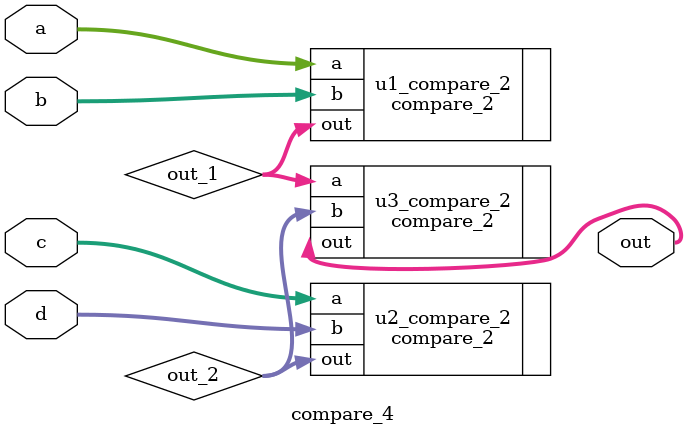
<source format=v>
`timescale 1ns / 1ps
module compare_4(
	a,
	b,
	c,
	d,
	out
    );
input wire [17:0] a;
input wire [17:0] b;
input wire [17:0] c;
input wire [17:0] d;
output wire [17:0] out;

wire [17:0] out_1;
wire [17:0] out_2;

compare_2 u1_compare_2(
	.a 		(a)		,
	.b 		(b)		,
	.out 	(out_1)
);
compare_2 u2_compare_2(
	.a 		(c)		,
	.b 		(d)		,
	.out 	(out_2)
);
compare_2 u3_compare_2(
	.a 		(out_1)	,
	.b 		(out_2)	,
	.out 	(out)
);
	
endmodule

</source>
